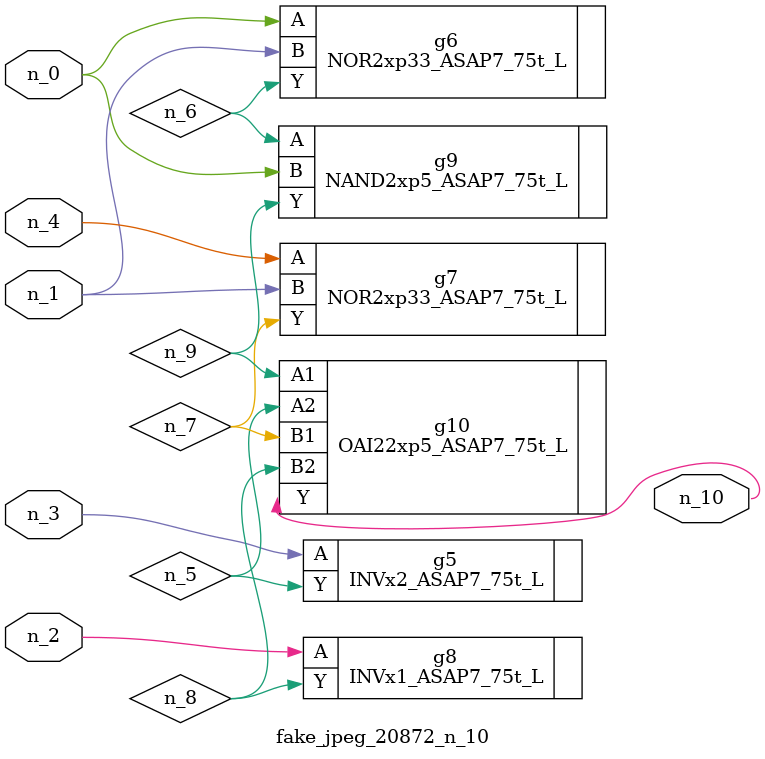
<source format=v>
module fake_jpeg_20872_n_10 (n_3, n_2, n_1, n_0, n_4, n_10);

input n_3;
input n_2;
input n_1;
input n_0;
input n_4;

output n_10;

wire n_8;
wire n_9;
wire n_6;
wire n_5;
wire n_7;

INVx2_ASAP7_75t_L g5 ( 
.A(n_3),
.Y(n_5)
);

NOR2xp33_ASAP7_75t_L g6 ( 
.A(n_0),
.B(n_1),
.Y(n_6)
);

NOR2xp33_ASAP7_75t_L g7 ( 
.A(n_4),
.B(n_1),
.Y(n_7)
);

INVx1_ASAP7_75t_L g8 ( 
.A(n_2),
.Y(n_8)
);

NAND2xp5_ASAP7_75t_L g9 ( 
.A(n_6),
.B(n_0),
.Y(n_9)
);

OAI22xp5_ASAP7_75t_L g10 ( 
.A1(n_9),
.A2(n_5),
.B1(n_7),
.B2(n_8),
.Y(n_10)
);


endmodule
</source>
